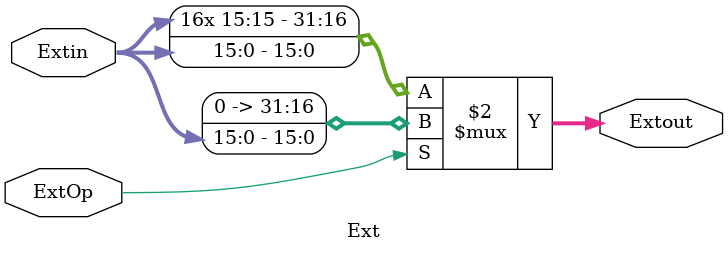
<source format=v>
`timescale 1ns / 1ps
module Ext(
    input ExtOp,
    input [15:0] Extin,
    output [31:0] Extout
    );

    assign Extout = (ExtOp == 1) ? {{16{1'b0}}, Extin} : {{16{Extin[15]}}, Extin};


endmodule

</source>
